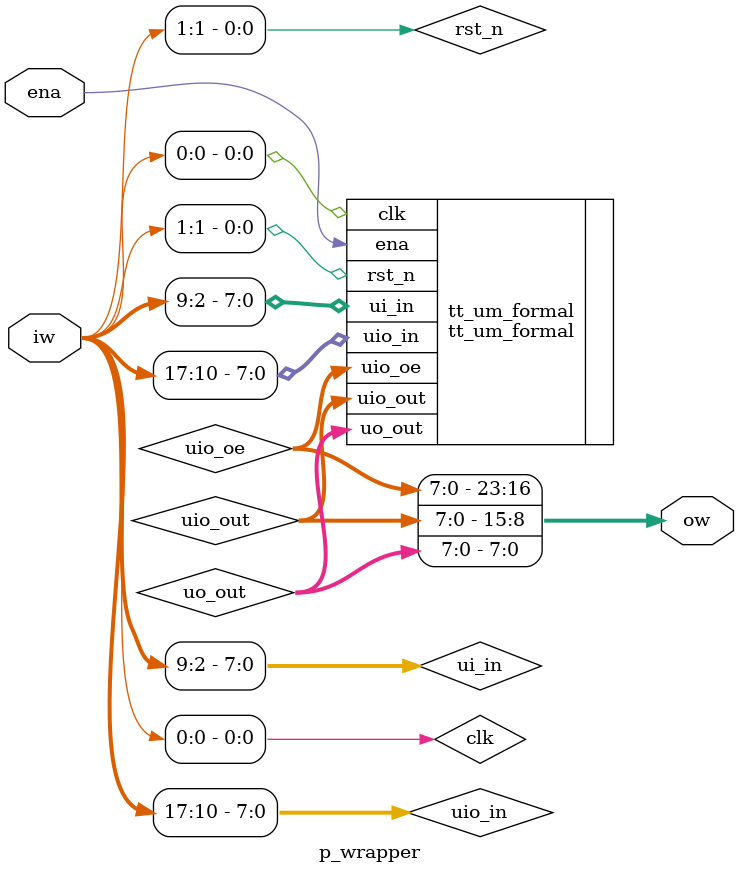
<source format=v>
`default_nettype none

module p00_wrapper (
  input wire ena,
  input wire [17:0] iw,
  output wire [23:0] ow
);

p_wrapper p_wrapper(
    .ena(ena),
    .iw(iw),
    .ow(ow)
);

endmodule

module p01_wrapper (
  input wire ena,
  input wire [17:0] iw,
  output wire [23:0] ow
);

p_wrapper p_wrapper(
    .ena(ena),
    .iw(iw),
    .ow(ow)
);

endmodule

module p02_wrapper (
  input wire ena,
  input wire [17:0] iw,
  output wire [23:0] ow
);

p_wrapper p_wrapper(
    .ena(ena),
    .iw(iw),
    .ow(ow)
);

endmodule

module p03_wrapper (
  input wire ena,
  input wire [17:0] iw,
  output wire [23:0] ow
);

p_wrapper p_wrapper(
    .ena(ena),
    .iw(iw),
    .ow(ow)
);

endmodule

module p_wrapper (
  input wire ena,
  input wire [17:0] iw,
  output wire [23:0] ow
);

wire [7:0] uio_in;
wire [7:0] uio_out;
wire [7:0] uio_oe;
wire [7:0] uo_out;
wire [7:0] ui_in;
wire clk;
wire rst_n;

assign { uio_in, ui_in, rst_n, clk} = iw;
assign ow = { uio_oe, uio_out, uo_out };

tt_um_formal tt_um_formal (
  .uio_in  (uio_in),
  .uio_out (uio_out),
  .uio_oe  (uio_oe),
  .uo_out  (uo_out),
  .ui_in   (ui_in),
  .ena     (ena),
  .clk     (clk),
  .rst_n   (rst_n)
);

endmodule

</source>
